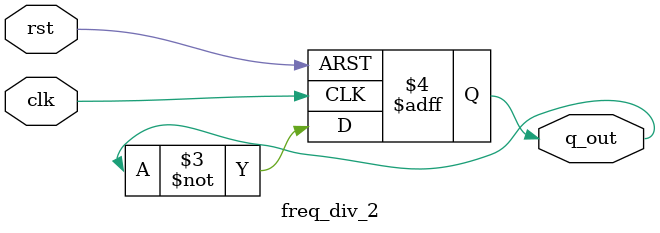
<source format=v>
`timescale 1ns / 1ps

module freq_div_2(
        input clk,rst,
        output reg q_out
    );
    
always @(posedge clk, negedge rst)
begin   
    if(!rst)
    begin
        q_out <= 0;
    end
    else
    begin    
        q_out <= ~q_out;
    end
end    

endmodule

</source>
